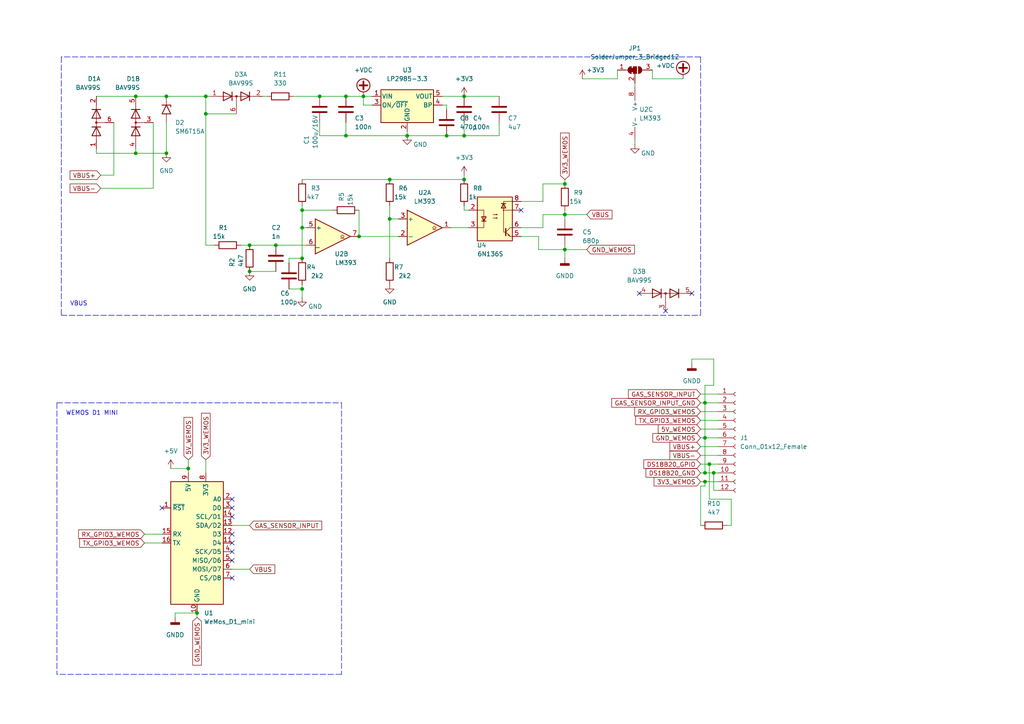
<source format=kicad_sch>
(kicad_sch (version 20211123) (generator eeschema)
  (paper "A4")
  (title_block (title "WemosD1 Adapter Iobroker") (date "2022-09-12") (rev "1") (comment 1 "horn.oliver@gmail.com") (comment 2 "Oliver Horn"))
  (lib_symbols
    (symbol "Comparator:LM393" (pin_names (offset 0.127))
      (property "Reference" "U" (at 3.81 3.81 0))
      (property "Value" "LM393" (at 6.35 -3.81 0))
      (symbol "LM393_1_1"
        (polyline (pts (xy -5.08 5.08) (xy 5.08 0) (xy -5.08 -5.08) (xy -5.08 5.08)) (stroke (width 0.254)) (fill (type background)))
        (polyline (pts (xy 3.302 -0.508) (xy 2.794 -0.508) (xy 3.302 0) (xy 2.794 0.508) (xy 2.286 0) (xy 2.794 -0.508) (xy 2.286 -0.508)) (stroke (width 0.127)))
        (pin open_collector line (at 7.62 0 180) (length 2.54) (name "~") (number "1"))
        (pin input line (at -7.62 -2.54 0) (length 2.54) (name "-") (number "2"))
        (pin input line (at -7.62 2.54 0) (length 2.54) (name "+") (number "3"))
      )
      (symbol "LM393_2_1"
        (polyline (pts (xy -5.08 5.08) (xy 5.08 0) (xy -5.08 -5.08) (xy -5.08 5.08)) (stroke (width 0.254)) (fill (type background)))
        (polyline (pts (xy 3.302 -0.508) (xy 2.794 -0.508) (xy 3.302 0) (xy 2.794 0.508) (xy 2.286 0) (xy 2.794 -0.508) (xy 2.286 -0.508)) (stroke (width 0.127)))
        (pin input line (at -7.62 2.54 0) (length 2.54) (name "+") (number "5"))
        (pin input line (at -7.62 -2.54 0) (length 2.54) (name "_") (number "6"))
        (pin open_collector line (at 7.62 0 180) (length 2.54) (name "~") (number "7"))
      )
      (symbol "LM393_3_1"
        (pin power_in line (at -2.54 -7.62 90) (length 3.81) (name "V-") (number "4"))
        (pin power_in line (at -2.54 7.62 270) (length 3.81) (name "V+") (number "8"))
      )
    )
    (symbol "Connector:Conn_01x12_Female" (pin_names (offset 1.016) hide)
      (property "Reference" "J" (at 0 15.24 0))
      (property "Value" "Conn_01x12_Female" (at 0 -17.78 0))
      (symbol "Conn_01x12_Female_1_1"
        (arc (start 0 -14.732) (mid -0.508 -15.24) (end 0 -15.748) (stroke (width 0.1524)))
        (arc (start 0 -12.192) (mid -0.508 -12.7) (end 0 -13.208) (stroke (width 0.1524)))
        (arc (start 0 -9.652) (mid -0.508 -10.16) (end 0 -10.668) (stroke (width 0.1524)))
        (arc (start 0 -7.112) (mid -0.508 -7.62) (end 0 -8.128) (stroke (width 0.1524)))
        (arc (start 0 -4.572) (mid -0.508 -5.08) (end 0 -5.588) (stroke (width 0.1524)))
        (arc (start 0 -2.032) (mid -0.508 -2.54) (end 0 -3.048) (stroke (width 0.1524)))
        (polyline (pts (xy -1.27 -15.24) (xy -0.508 -15.24)) (stroke (width 0.1524)))
        (polyline (pts (xy -1.27 -12.7) (xy -0.508 -12.7)) (stroke (width 0.1524)))
        (polyline (pts (xy -1.27 -10.16) (xy -0.508 -10.16)) (stroke (width 0.1524)))
        (polyline (pts (xy -1.27 -7.62) (xy -0.508 -7.62)) (stroke (width 0.1524)))
        (polyline (pts (xy -1.27 -5.08) (xy -0.508 -5.08)) (stroke (width 0.1524)))
        (polyline (pts (xy -1.27 -2.54) (xy -0.508 -2.54)) (stroke (width 0.1524)))
        (polyline (pts (xy -1.27 0) (xy -0.508 0)) (stroke (width 0.1524)))
        (polyline (pts (xy -1.27 2.54) (xy -0.508 2.54)) (stroke (width 0.1524)))
        (polyline (pts (xy -1.27 5.08) (xy -0.508 5.08)) (stroke (width 0.1524)))
        (polyline (pts (xy -1.27 7.62) (xy -0.508 7.62)) (stroke (width 0.1524)))
        (polyline (pts (xy -1.27 10.16) (xy -0.508 10.16)) (stroke (width 0.1524)))
        (polyline (pts (xy -1.27 12.7) (xy -0.508 12.7)) (stroke (width 0.1524)))
        (arc (start 0 0.508) (mid -0.508 0) (end 0 -0.508) (stroke (width 0.1524)))
        (arc (start 0 3.048) (mid -0.508 2.54) (end 0 2.032) (stroke (width 0.1524)))
        (arc (start 0 5.588) (mid -0.508 5.08) (end 0 4.572) (stroke (width 0.1524)))
        (arc (start 0 8.128) (mid -0.508 7.62) (end 0 7.112) (stroke (width 0.1524)))
        (arc (start 0 10.668) (mid -0.508 10.16) (end 0 9.652) (stroke (width 0.1524)))
        (arc (start 0 13.208) (mid -0.508 12.7) (end 0 12.192) (stroke (width 0.1524)))
        (pin passive line (at -5.08 12.7 0) (length 3.81) (name "Pin_1") (number "1"))
        (pin passive line (at -5.08 -10.16 0) (length 3.81) (name "Pin_10") (number "10"))
        (pin passive line (at -5.08 -12.7 0) (length 3.81) (name "Pin_11") (number "11"))
        (pin passive line (at -5.08 -15.24 0) (length 3.81) (name "Pin_12") (number "12"))
        (pin passive line (at -5.08 10.16 0) (length 3.81) (name "Pin_2") (number "2"))
        (pin passive line (at -5.08 7.62 0) (length 3.81) (name "Pin_3") (number "3"))
        (pin passive line (at -5.08 5.08 0) (length 3.81) (name "Pin_4") (number "4"))
        (pin passive line (at -5.08 2.54 0) (length 3.81) (name "Pin_5") (number "5"))
        (pin passive line (at -5.08 0 0) (length 3.81) (name "Pin_6") (number "6"))
        (pin passive line (at -5.08 -2.54 0) (length 3.81) (name "Pin_7") (number "7"))
        (pin passive line (at -5.08 -5.08 0) (length 3.81) (name "Pin_8") (number "8"))
        (pin passive line (at -5.08 -7.62 0) (length 3.81) (name "Pin_9") (number "9"))
      )
    )
    (symbol "Device:C" (pin_numbers hide) (pin_names (offset 0.254))
      (property "Reference" "C" (at 0.635 2.54 0))
      (property "Value" "C" (at 0.635 -2.54 0))
      (symbol "C_0_1"
        (polyline (pts (xy -2.032 -0.762) (xy 2.032 -0.762)) (stroke (width 0.508)))
        (polyline (pts (xy -2.032 0.762) (xy 2.032 0.762)) (stroke (width 0.508)))
      )
      (symbol "C_1_1"
        (pin passive line (at 0 3.81 270) (length 2.794) (name "~") (number "1"))
        (pin passive line (at 0 -3.81 90) (length 2.794) (name "~") (number "2"))
      )
    )
    (symbol "Device:R" (pin_numbers hide) (pin_names (offset 0))
      (property "Reference" "R" (at 2.032 0 90))
      (property "Value" "R" (at 0 0 90))
      (symbol "R_0_1"
        (rectangle (start -1.016 -2.54) (end 1.016 2.54) (stroke (width 0.254)))
      )
      (symbol "R_1_1"
        (pin passive line (at 0 3.81 270) (length 1.27) (name "~") (number "1"))
        (pin passive line (at 0 -3.81 90) (length 1.27) (name "~") (number "2"))
      )
    )
    (symbol "Diode:BAV99S" (pin_names (offset 0.0254) hide)
      (property "Reference" "D" (at 0 2.54 0))
      (property "Value" "BAV99S" (at 0 5.08 0))
      (symbol "BAV99S_0_1"
        (polyline (pts (xy -5.08 0) (xy 5.08 0)))
        (polyline (pts (xy 0 0) (xy 0 -2.54)))
        (polyline (pts (xy -1.27 -1.27) (xy -1.27 1.27) (xy -1.27 1.27)) (stroke (width 0.254)))
        (polyline (pts (xy 3.81 1.27) (xy 3.81 -1.27) (xy 3.81 -1.27)) (stroke (width 0.254)))
        (polyline (pts (xy -3.81 1.27) (xy -1.27 0) (xy -3.81 -1.27) (xy -3.81 1.27) (xy -3.81 1.27) (xy -3.81 1.27)) (stroke (width 0.254)))
        (polyline (pts (xy 1.27 1.27) (xy 3.81 0) (xy 1.27 -1.27) (xy 1.27 1.27) (xy 1.27 1.27) (xy 1.27 1.27)) (stroke (width 0.254)))
        (circle (center 0 0) (radius 0.254) (fill (type outline)))
      )
      (symbol "BAV99S_1_1"
        (polyline (pts (xy 6.35 0) (xy 7.62 0)))
        (pin passive line (at -7.62 0 0) (length 2.54) (name "A1") (number "1"))
        (pin passive line (at 7.62 0 180) (length 2.54) (name "K2") (number "2"))
        (pin passive line (at 0 -5.08 90) (length 2.54) (name "K3A4") (number "6"))
      )
      (symbol "BAV99S_2_1"
        (polyline (pts (xy 6.35 0) (xy 7.62 0)))
        (pin passive line (at 0 -5.08 90) (length 2.54) (name "K1A2") (number "3"))
        (pin passive line (at -7.62 0 0) (length 2.54) (name "A3") (number "4"))
        (pin passive line (at 7.62 0 180) (length 2.54) (name "K4") (number "5"))
      )
    )
    (symbol "Diode:SM6T15A" (pin_numbers hide) (pin_names (offset 1.016) hide)
      (property "Reference" "D" (at 0 2.54 0))
      (property "Value" "SM6T15A" (at 0 -2.54 0))
      (symbol "SM6T15A_0_1"
        (polyline (pts (xy -0.762 1.27) (xy -1.27 1.27) (xy -1.27 -1.27)) (stroke (width 0.254)))
        (polyline (pts (xy 1.27 1.27) (xy 1.27 -1.27) (xy -1.27 0) (xy 1.27 1.27)) (stroke (width 0.254)))
      )
      (symbol "SM6T15A_1_1"
        (pin passive line (at -3.81 0 0) (length 2.54) (name "A1") (number "1"))
        (pin passive line (at 3.81 0 180) (length 2.54) (name "A2") (number "2"))
      )
    )
    (symbol "Isolator:6N136S" (pin_names (offset 1.016))
      (property "Reference" "U" (at -5.08 7.62 0))
      (property "Value" "6N136S" (at 0 7.62 0))
      (symbol "6N136S_0_1"
        (rectangle (start -5.08 6.35) (end 5.08 -6.35) (stroke (width 0.254)) (fill (type background)))
        (polyline (pts (xy -3.81 -0.635) (xy -2.54 -0.635)) (stroke (width 0.254)))
        (polyline (pts (xy 1.905 4.445) (xy 3.175 4.445)) (stroke (width 0.254)))
        (polyline (pts (xy 3.175 -2.794) (xy 3.175 -4.826)) (stroke (width 0.3556)))
        (polyline (pts (xy 3.302 -3.937) (xy 4.445 -5.08)))
        (polyline (pts (xy 3.302 -3.683) (xy 4.445 -2.54)))
        (polyline (pts (xy 5.08 -5.08) (xy 4.445 -5.08)))
        (polyline (pts (xy 5.08 -2.54) (xy 4.445 -2.54)))
        (polyline (pts (xy 5.08 2.54) (xy 2.54 2.54)))
        (polyline (pts (xy -5.08 2.54) (xy -3.175 2.54) (xy -3.175 -2.54) (xy -5.08 -2.54)))
        (polyline (pts (xy -3.175 -0.635) (xy -3.81 0.635) (xy -2.54 0.635) (xy -3.175 -0.635)) (stroke (width 0.254)))
        (polyline (pts (xy 2.54 4.445) (xy 1.905 3.175) (xy 3.175 3.175) (xy 2.54 4.445)) (stroke (width 0.254)))
        (polyline (pts (xy 4.318 -4.953) (xy 4.064 -4.445) (xy 3.81 -4.699) (xy 4.318 -4.953)))
        (polyline (pts (xy 5.08 5.08) (xy 2.54 5.08) (xy 2.54 -3.81) (xy 3.175 -3.81)))
        (polyline (pts (xy -0.508 0.254) (xy 0.762 0.254) (xy 0.381 0.127) (xy 0.381 0.381) (xy 0.762 0.254)))
        (polyline (pts (xy -0.508 1.27) (xy 0.762 1.27) (xy 0.381 1.143) (xy 0.381 1.397) (xy 0.762 1.27)))
        (circle (center 2.54 2.54) (radius 0.127))
      )
      (symbol "6N136S_1_1"
        (pin no_connect line (at -5.08 5.08 0) (length 2.54) hide (name "NC") (number "1"))
        (pin passive line (at -7.62 2.54 0) (length 2.54) (name "~") (number "2"))
        (pin passive line (at -7.62 -2.54 0) (length 2.54) (name "~") (number "3"))
        (pin no_connect line (at -5.08 -5.08 0) (length 2.54) hide (name "NC") (number "4"))
        (pin passive line (at 7.62 -5.08 180) (length 2.54) (name "~") (number "5"))
        (pin passive line (at 7.62 -2.54 180) (length 2.54) (name "~") (number "6"))
        (pin passive line (at 7.62 2.54 180) (length 2.54) (name "~") (number "7"))
        (pin passive line (at 7.62 5.08 180) (length 2.54) (name "~") (number "8"))
      )
    )
    (symbol "Jumper:SolderJumper_3_Bridged12" (pin_names (offset 0) hide)
      (property "Reference" "JP" (at -2.54 -2.54 0))
      (property "Value" "SolderJumper_3_Bridged12" (at 0 2.794 0))
      (symbol "SolderJumper_3_Bridged12_0_1"
        (rectangle (start -1.016 0.508) (end -0.508 -0.508) (fill (type outline)))
        (arc (start -1.016 1.016) (mid -2.032 0) (end -1.016 -1.016))
        (arc (start -1.016 1.016) (mid -2.032 0) (end -1.016 -1.016) (fill (type outline)))
        (rectangle (start -0.508 1.016) (end 0.508 -1.016) (fill (type outline)))
        (polyline (pts (xy -2.54 0) (xy -2.032 0)))
        (polyline (pts (xy -1.016 1.016) (xy -1.016 -1.016)))
        (polyline (pts (xy 0 -1.27) (xy 0 -1.016)))
        (polyline (pts (xy 1.016 1.016) (xy 1.016 -1.016)))
        (polyline (pts (xy 2.54 0) (xy 2.032 0)))
        (arc (start 1.016 -1.016) (mid 2.032 0) (end 1.016 1.016))
        (arc (start 1.016 -1.016) (mid 2.032 0) (end 1.016 1.016) (fill (type outline)))
      )
      (symbol "SolderJumper_3_Bridged12_1_1"
        (pin passive line (at -5.08 0 0) (length 2.54) (name "A") (number "1"))
        (pin passive line (at 0 -3.81 90) (length 2.54) (name "C") (number "2"))
        (pin passive line (at 5.08 0 180) (length 2.54) (name "B") (number "3"))
      )
    )
    (symbol "MCU_Module:WeMos_D1_mini"
      (property "Reference" "U" (at 3.81 19.05 0))
      (property "Value" "WeMos_D1_mini" (at 1.27 -19.05 0))
      (symbol "WeMos_D1_mini_1_1"
        (rectangle (start -7.62 17.78) (end 7.62 -17.78) (stroke (width 0.254)) (fill (type background)))
        (pin input line (at -10.16 10.16 0) (length 2.54) (name "~{RST}") (number "1"))
        (pin power_in line (at 0 -20.32 90) (length 2.54) (name "GND") (number "10"))
        (pin bidirectional line (at 10.16 0 180) (length 2.54) (name "D4") (number "11"))
        (pin bidirectional line (at 10.16 2.54 180) (length 2.54) (name "D3") (number "12"))
        (pin bidirectional line (at 10.16 5.08 180) (length 2.54) (name "SDA/D2") (number "13"))
        (pin bidirectional line (at 10.16 7.62 180) (length 2.54) (name "SCL/D1") (number "14"))
        (pin input line (at -10.16 2.54 0) (length 2.54) (name "RX") (number "15"))
        (pin output line (at -10.16 0 0) (length 2.54) (name "TX") (number "16"))
        (pin input line (at 10.16 12.7 180) (length 2.54) (name "A0") (number "2"))
        (pin bidirectional line (at 10.16 10.16 180) (length 2.54) (name "D0") (number "3"))
        (pin bidirectional line (at 10.16 -2.54 180) (length 2.54) (name "SCK/D5") (number "4"))
        (pin bidirectional line (at 10.16 -5.08 180) (length 2.54) (name "MISO/D6") (number "5"))
        (pin bidirectional line (at 10.16 -7.62 180) (length 2.54) (name "MOSI/D7") (number "6"))
        (pin bidirectional line (at 10.16 -10.16 180) (length 2.54) (name "CS/D8") (number "7"))
        (pin power_out line (at 2.54 20.32 270) (length 2.54) (name "3V3") (number "8"))
        (pin power_in line (at -2.54 20.32 270) (length 2.54) (name "5V") (number "9"))
      )
    )
    (symbol "Regulator_Linear:LP2985-3.3" (pin_names (offset 0.254))
      (property "Reference" "U" (at -6.35 5.715 0))
      (property "Value" "LP2985-3.3" (at 0 5.715 0))
      (symbol "LP2985-3.3_0_1"
        (rectangle (start -7.62 -5.08) (end 7.62 4.445) (stroke (width 0.254)) (fill (type background)))
      )
      (symbol "LP2985-3.3_1_1"
        (pin power_in line (at -10.16 2.54 0) (length 2.54) (name "VIN") (number "1"))
        (pin power_in line (at 0 -7.62 90) (length 2.54) (name "GND") (number "2"))
        (pin input line (at -10.16 0 0) (length 2.54) (name "ON/~{OFF}") (number "3"))
        (pin input line (at 10.16 0 180) (length 2.54) (name "BP") (number "4"))
        (pin power_out line (at 10.16 2.54 180) (length 2.54) (name "VOUT") (number "5"))
      )
    )
    (symbol "power:+3V3" (power) (pin_names (offset 0))
      (property "Value" "+3V3" (at 0 3.556 0))
      (symbol "+3V3_0_1"
        (polyline (pts (xy -0.762 1.27) (xy 0 2.54)))
        (polyline (pts (xy 0 0) (xy 0 2.54)))
        (polyline (pts (xy 0 2.54) (xy 0.762 1.27)))
      )
      (symbol "+3V3_1_1"
        (pin power_in line (at 0 0 90) (length 0) hide (name "+3V3") (number "1"))
      )
    )
    (symbol "power:+5V" (power) (pin_names (offset 0))
      (property "Value" "+5V" (at 0 3.556 0))
      (symbol "+5V_0_1"
        (polyline (pts (xy -0.762 1.27) (xy 0 2.54)))
        (polyline (pts (xy 0 0) (xy 0 2.54)))
        (polyline (pts (xy 0 2.54) (xy 0.762 1.27)))
      )
      (symbol "+5V_1_1"
        (pin power_in line (at 0 0 90) (length 0) hide (name "+5V") (number "1"))
      )
    )
    (symbol "power:+VDC" (power) (pin_names (offset 0))
      (property "Value" "+VDC" (at 0 6.35 0))
      (symbol "+VDC_0_1"
        (polyline (pts (xy -1.143 3.175) (xy 1.143 3.175)) (stroke (width 0.508)))
        (polyline (pts (xy 0 0) (xy 0 1.27)))
        (polyline (pts (xy 0 2.032) (xy 0 4.318)) (stroke (width 0.508)))
        (circle (center 0 3.175) (radius 1.905) (stroke (width 0.254)))
      )
      (symbol "+VDC_1_1"
        (pin power_in line (at 0 0 90) (length 0) hide (name "+VDC") (number "1"))
      )
    )
    (symbol "power:GND" (power) (pin_names (offset 0))
      (property "Value" "GND" (at 0 -3.81 0))
      (symbol "GND_0_1"
        (polyline (pts (xy 0 0) (xy 0 -1.27) (xy 1.27 -1.27) (xy 0 -2.54) (xy -1.27 -1.27) (xy 0 -1.27)))
      )
      (symbol "GND_1_1"
        (pin power_in line (at 0 0 270) (length 0) hide (name "GND") (number "1"))
      )
    )
    (symbol "power:GNDD" (power) (pin_names (offset 0))
      (property "Value" "GNDD" (at 0 -3.175 0))
      (symbol "GNDD_0_1"
        (rectangle (start -1.27 -1.524) (end 1.27 -2.032) (stroke (width 0.254)) (fill (type outline)))
        (polyline (pts (xy 0 0) (xy 0 -1.524)))
      )
      (symbol "GNDD_1_1"
        (pin power_in line (at 0 0 270) (length 0) hide (name "GNDD") (number "1"))
      )
    )
  )
  (junction (at 134.62 52.07))
  (junction (at 87.63 74.93))
  (junction (at 207.01 137.16))
  (junction (at 87.63 66.04))
  (junction (at 59.69 33.02))
  (junction (at 87.63 60.96))
  (junction (at 39.37 44.45))
  (junction (at 129.54 39.37))
  (junction (at 100.33 39.37))
  (junction (at 104.14 68.58))
  (junction (at 72.39 78.74))
  (junction (at 163.83 53.34))
  (junction (at 204.47 116.84))
  (junction (at 48.26 44.45))
  (junction (at 100.33 27.94))
  (junction (at 54.61 135.89))
  (junction (at 113.03 63.5))
  (junction (at 87.63 83.82))
  (junction (at 163.83 62.23))
  (junction (at 72.39 71.12))
  (junction (at 59.69 27.94))
  (junction (at 92.71 27.94))
  (junction (at 163.83 72.39))
  (junction (at 57.15 177.8))
  (junction (at 204.47 137.16))
  (junction (at 39.37 27.94))
  (junction (at 105.41 27.94))
  (junction (at 205.74 134.62))
  (junction (at 48.26 27.94))
  (junction (at 134.62 39.37))
  (junction (at 113.03 52.07))
  (junction (at 204.47 139.7))
  (junction (at 80.01 71.12))
  (junction (at 118.11 39.37))
  (junction (at 134.62 27.94))
  (junction (at 204.47 127))
  (no_connect (at 67.31 157.48))
  (no_connect (at 67.31 160.02))
  (no_connect (at 67.31 162.56))
  (no_connect (at 67.31 167.64))
  (no_connect (at 67.31 144.78))
  (no_connect (at 67.31 147.32))
  (no_connect (at 67.31 149.86))
  (no_connect (at 67.31 154.94))
  (no_connect (at 46.99 147.32))
  (no_connect (at 151.13 60.96))
  (no_connect (at 185.42 85.09))
  (no_connect (at 193.04 90.17))
  (no_connect (at 200.66 85.09))
  (wire (pts (xy 39.37 43.18) (xy 39.37 44.45)))
  (wire (pts (xy 76.2 27.94) (xy 77.47 27.94)))
  (wire (pts (xy 33.02 50.8) (xy 33.02 35.56)))
  (wire (pts (xy 87.63 86.36) (xy 87.63 83.82)))
  (wire (pts (xy 118.11 38.1) (xy 118.11 39.37)))
  (wire (pts (xy 59.69 33.02) (xy 59.69 71.12)))
  (wire (pts (xy 207.01 111.76) (xy 204.47 111.76)))
  (wire (pts (xy 83.82 74.93) (xy 87.63 74.93)))
  (wire (pts (xy 157.48 62.23) (xy 163.83 62.23)))
  (wire (pts (xy 39.37 27.94) (xy 48.26 27.94)))
  (wire (pts (xy 203.2 116.84) (xy 204.47 116.84)))
  (wire (pts (xy 163.83 60.96) (xy 163.83 62.23)))
  (wire (pts (xy 200.66 104.14) (xy 207.01 104.14)))
  (wire (pts (xy 212.09 144.78) (xy 212.09 152.4)))
  (wire (pts (xy 87.63 83.82) (xy 87.63 82.55)))
  (wire (pts (xy 203.2 139.7) (xy 204.47 139.7)))
  (wire (pts (xy 49.53 135.89) (xy 54.61 135.89)))
  (wire (pts (xy 59.69 27.94) (xy 60.96 27.94)))
  (wire (pts (xy 203.2 140.97) (xy 204.47 140.97)))
  (wire (pts (xy 118.11 39.37) (xy 129.54 39.37)))
  (wire (pts (xy 27.94 44.45) (xy 39.37 44.45)))
  (wire (pts (xy 50.8 177.8) (xy 57.15 177.8)))
  (wire (pts (xy 87.63 66.04) (xy 88.9 66.04)))
  (wire (pts (xy 204.47 127) (xy 208.28 127)))
  (wire (pts (xy 87.63 59.69) (xy 87.63 60.96)))
  (wire (pts (xy 163.83 71.12) (xy 163.83 72.39)))
  (wire (pts (xy 157.48 66.04) (xy 157.48 62.23)))
  (wire (pts (xy 107.95 30.48) (xy 105.41 30.48)))
  (polyline (pts (xy 99.06 195.58) (xy 16.51 195.58)))
  (wire (pts (xy 203.2 119.38) (xy 208.28 119.38)))
  (wire (pts (xy 144.78 35.56) (xy 144.78 39.37)))
  (wire (pts (xy 29.21 50.8) (xy 33.02 50.8)))
  (wire (pts (xy 163.83 72.39) (xy 163.83 74.93)))
  (wire (pts (xy 179.07 20.32) (xy 179.07 22.86)))
  (wire (pts (xy 203.2 127) (xy 204.47 127)))
  (wire (pts (xy 67.31 152.4) (xy 72.39 152.4)))
  (wire (pts (xy 204.47 116.84) (xy 208.28 116.84)))
  (polyline (pts (xy 17.78 91.44) (xy 203.2 91.44)))
  (wire (pts (xy 163.83 52.07) (xy 163.83 53.34)))
  (wire (pts (xy 27.94 43.18) (xy 27.94 44.45)))
  (wire (pts (xy 156.21 68.58) (xy 156.21 72.39)))
  (wire (pts (xy 129.54 30.48) (xy 128.27 30.48)))
  (wire (pts (xy 207.01 137.16) (xy 208.28 137.16)))
  (wire (pts (xy 151.13 66.04) (xy 157.48 66.04)))
  (wire (pts (xy 92.71 27.94) (xy 100.33 27.94)))
  (wire (pts (xy 184.15 40.64) (xy 184.15 41.91)))
  (wire (pts (xy 41.91 154.94) (xy 46.99 154.94)))
  (wire (pts (xy 118.11 39.37) (xy 100.33 39.37)))
  (wire (pts (xy 113.03 59.69) (xy 113.03 63.5)))
  (wire (pts (xy 204.47 111.76) (xy 204.47 116.84)))
  (wire (pts (xy 203.2 152.4) (xy 203.2 140.97)))
  (wire (pts (xy 59.69 33.02) (xy 68.58 33.02)))
  (wire (pts (xy 130.81 66.04) (xy 135.89 66.04)))
  (wire (pts (xy 134.62 60.96) (xy 135.89 60.96)))
  (wire (pts (xy 203.2 129.54) (xy 208.28 129.54)))
  (wire (pts (xy 105.41 30.48) (xy 105.41 27.94)))
  (wire (pts (xy 54.61 133.35) (xy 54.61 135.89)))
  (wire (pts (xy 156.21 72.39) (xy 163.83 72.39)))
  (wire (pts (xy 59.69 133.35) (xy 59.69 137.16)))
  (wire (pts (xy 59.69 71.12) (xy 62.23 71.12)))
  (polyline (pts (xy 16.51 116.84) (xy 99.06 116.84)))
  (wire (pts (xy 205.74 134.62) (xy 208.28 134.62)))
  (wire (pts (xy 83.82 83.82) (xy 87.63 83.82)))
  (wire (pts (xy 189.23 20.32) (xy 189.23 22.86)))
  (wire (pts (xy 189.23 22.86) (xy 198.12 22.86)))
  (wire (pts (xy 41.91 157.48) (xy 46.99 157.48)))
  (wire (pts (xy 168.91 22.86) (xy 179.07 22.86)))
  (wire (pts (xy 27.94 27.94) (xy 39.37 27.94)))
  (wire (pts (xy 113.03 63.5) (xy 115.57 63.5)))
  (wire (pts (xy 203.2 132.08) (xy 208.28 132.08)))
  (wire (pts (xy 80.01 71.12) (xy 88.9 71.12)))
  (wire (pts (xy 92.71 35.56) (xy 92.71 39.37)))
  (polyline (pts (xy 203.2 16.51) (xy 17.78 16.51)))
  (wire (pts (xy 210.82 152.4) (xy 212.09 152.4)))
  (wire (pts (xy 203.2 124.46) (xy 208.28 124.46)))
  (wire (pts (xy 50.8 179.07) (xy 50.8 177.8)))
  (wire (pts (xy 204.47 127) (xy 204.47 137.16)))
  (wire (pts (xy 129.54 39.37) (xy 134.62 39.37)))
  (wire (pts (xy 203.2 134.62) (xy 205.74 134.62)))
  (wire (pts (xy 57.15 177.8) (xy 57.15 179.07)))
  (wire (pts (xy 204.47 116.84) (xy 204.47 127)))
  (wire (pts (xy 39.37 44.45) (xy 48.26 44.45)))
  (wire (pts (xy 100.33 35.56) (xy 100.33 39.37)))
  (polyline (pts (xy 16.51 116.84) (xy 16.51 195.58)))
  (wire (pts (xy 200.66 105.41) (xy 200.66 104.14)))
  (wire (pts (xy 44.45 54.61) (xy 44.45 35.56)))
  (wire (pts (xy 134.62 27.94) (xy 144.78 27.94)))
  (wire (pts (xy 87.63 60.96) (xy 87.63 66.04)))
  (wire (pts (xy 184.15 24.13) (xy 184.15 25.4)))
  (wire (pts (xy 134.62 60.96) (xy 134.62 59.69)))
  (wire (pts (xy 157.48 58.42) (xy 157.48 53.34)))
  (polyline (pts (xy 17.78 16.51) (xy 17.78 91.44)))
  (wire (pts (xy 85.09 27.94) (xy 92.71 27.94)))
  (wire (pts (xy 48.26 27.94) (xy 59.69 27.94)))
  (wire (pts (xy 203.2 114.3) (xy 208.28 114.3)))
  (polyline (pts (xy 203.2 16.51) (xy 203.2 91.44)))
  (wire (pts (xy 100.33 39.37) (xy 92.71 39.37)))
  (wire (pts (xy 54.61 135.89) (xy 54.61 137.16)))
  (wire (pts (xy 87.63 52.07) (xy 113.03 52.07)))
  (wire (pts (xy 72.39 71.12) (xy 80.01 71.12)))
  (wire (pts (xy 105.41 27.94) (xy 107.95 27.94)))
  (wire (pts (xy 204.47 137.16) (xy 207.01 137.16)))
  (wire (pts (xy 134.62 39.37) (xy 144.78 39.37)))
  (wire (pts (xy 113.03 63.5) (xy 113.03 74.93)))
  (wire (pts (xy 204.47 140.97) (xy 204.47 139.7)))
  (wire (pts (xy 29.21 54.61) (xy 44.45 54.61)))
  (wire (pts (xy 163.83 62.23) (xy 163.83 63.5)))
  (wire (pts (xy 208.28 142.24) (xy 207.01 142.24)))
  (wire (pts (xy 205.74 144.78) (xy 212.09 144.78)))
  (wire (pts (xy 207.01 142.24) (xy 207.01 137.16)))
  (wire (pts (xy 104.14 68.58) (xy 115.57 68.58)))
  (wire (pts (xy 134.62 50.8) (xy 134.62 52.07)))
  (wire (pts (xy 205.74 134.62) (xy 205.74 144.78)))
  (wire (pts (xy 59.69 27.94) (xy 59.69 33.02)))
  (wire (pts (xy 72.39 78.74) (xy 80.01 78.74)))
  (wire (pts (xy 128.27 27.94) (xy 134.62 27.94)))
  (wire (pts (xy 163.83 72.39) (xy 170.18 72.39)))
  (wire (pts (xy 163.83 62.23) (xy 170.18 62.23)))
  (wire (pts (xy 129.54 30.48) (xy 129.54 31.75)))
  (wire (pts (xy 151.13 58.42) (xy 157.48 58.42)))
  (wire (pts (xy 151.13 68.58) (xy 156.21 68.58)))
  (wire (pts (xy 87.63 60.96) (xy 96.52 60.96)))
  (wire (pts (xy 100.33 27.94) (xy 105.41 27.94)))
  (polyline (pts (xy 99.06 116.84) (xy 99.06 195.58)))
  (wire (pts (xy 207.01 104.14) (xy 207.01 111.76)))
  (wire (pts (xy 67.31 165.1) (xy 72.39 165.1)))
  (wire (pts (xy 83.82 76.2) (xy 83.82 74.93)))
  (wire (pts (xy 104.14 60.96) (xy 104.14 68.58)))
  (wire (pts (xy 113.03 52.07) (xy 134.62 52.07)))
  (wire (pts (xy 203.2 121.92) (xy 208.28 121.92)))
  (wire (pts (xy 134.62 39.37) (xy 134.62 35.56)))
  (wire (pts (xy 157.48 53.34) (xy 163.83 53.34)))
  (wire (pts (xy 69.85 71.12) (xy 72.39 71.12)))
  (wire (pts (xy 48.26 35.56) (xy 48.26 44.45)))
  (wire (pts (xy 204.47 139.7) (xy 208.28 139.7)))
  (wire (pts (xy 203.2 137.16) (xy 204.47 137.16)))
  (wire (pts (xy 87.63 66.04) (xy 87.63 74.93)))
  (text "VBUS" (at 25.4 88.9 180) (effects (font (size 1.27 1.27)) (justify right bottom)))
  (text "WEMOS D1 MINI" (at 34.29 120.65 180) (effects (font (size 1.27 1.27)) (justify right bottom)))
  (global_label "GND_WEMOS" (shape input) (at 57.15 179.07 270) (property "Intersheet References" "${INTERSHEET_REFS}" (effects hide)))
  (global_label "GAS_SENSOR_INPUT_GND" (shape input) (at 203.2 116.84 180) (property "Intersheet References" "${INTERSHEET_REFS}" (effects hide)))
  (global_label "GAS_SENSOR_INPUT" (shape input) (at 203.2 114.3 180) (property "Intersheet References" "${INTERSHEET_REFS}" (effects hide)))
  (global_label "3V3_WEMOS" (shape input) (at 203.2 139.7 180) (property "Intersheet References" "${INTERSHEET_REFS}" (effects hide)))
  (global_label "3V3_WEMOS" (shape input) (at 59.69 133.35 90) (property "Intersheet References" "${INTERSHEET_REFS}" (effects hide)))
  (global_label "TX_GPIO3_WEMOS" (shape input) (at 203.2 121.92 180) (property "Intersheet References" "${INTERSHEET_REFS}" (effects hide)))
  (global_label "DS18B20_GPIO" (shape input) (at 203.2 134.62 180) (property "Intersheet References" "${INTERSHEET_REFS}" (effects hide)))
  (global_label "GAS_SENSOR_INPUT" (shape input) (at 72.39 152.4 0) (property "Intersheet References" "${INTERSHEET_REFS}" (effects hide)))
  (global_label "GND_WEMOS" (shape input) (at 203.2 127 180) (property "Intersheet References" "${INTERSHEET_REFS}" (effects hide)))
  (global_label "TX_GPIO3_WEMOS" (shape input) (at 41.91 157.48 180) (property "Intersheet References" "${INTERSHEET_REFS}" (effects hide)))
  (global_label "VBUS" (shape input) (at 170.18 62.23 0) (property "Intersheet References" "${INTERSHEET_REFS}" (effects hide)))
  (global_label "VBUS" (shape input) (at 72.39 165.1 0) (property "Intersheet References" "${INTERSHEET_REFS}" (effects hide)))
  (global_label "5V_WEMOS" (shape input) (at 54.61 133.35 90) (property "Intersheet References" "${INTERSHEET_REFS}" (effects hide)))
  (global_label "VBUS-" (shape input) (at 29.21 54.61 180) (property "Intersheet References" "${INTERSHEET_REFS}" (effects hide)))
  (global_label "VBUS+" (shape input) (at 29.21 50.8 180) (property "Intersheet References" "${INTERSHEET_REFS}" (effects hide)))
  (global_label "5V_WEMOS" (shape input) (at 203.2 124.46 180) (property "Intersheet References" "${INTERSHEET_REFS}" (effects hide)))
  (global_label "RX_GPIO3_WEMOS" (shape input) (at 203.2 119.38 180) (property "Intersheet References" "${INTERSHEET_REFS}" (effects hide)))
  (global_label "DS18B20_GND" (shape input) (at 203.2 137.16 180) (property "Intersheet References" "${INTERSHEET_REFS}" (effects hide)))
  (global_label "RX_GPIO3_WEMOS" (shape input) (at 41.91 154.94 180) (property "Intersheet References" "${INTERSHEET_REFS}" (effects hide)))
  (global_label "VBUS-" (shape input) (at 203.2 132.08 180) (property "Intersheet References" "${INTERSHEET_REFS}" (effects hide)))
  (global_label "VBUS+" (shape input) (at 203.2 129.54 180) (property "Intersheet References" "${INTERSHEET_REFS}" (effects hide)))
  (global_label "GND_WEMOS" (shape input) (at 170.18 72.39 0) (property "Intersheet References" "${INTERSHEET_REFS}" (effects hide)))
  (global_label "3V3_WEMOS" (shape input) (at 163.83 52.07 90) (property "Intersheet References" "${INTERSHEET_REFS}" (effects hide)))
  (symbol (lib_id "Diode:SM6T15A") (at 48.26 31.75 270) (unit 1)
    (property "Reference" "D2" (at 50.8 35.56 90) (effects (justify left)))
    (property "Value" "SM6T15A" (at 50.8 38.1 90) (effects (justify left)))
    (property "Footprint" "Diode_SMD:D_SMB" (effects hide))
    (property "Datasheet" "https://www.st.com/resource/en/datasheet/sm6t.pdf" (effects hide))
    (property "LCSC Part #" "C1974359" (effects hide))
  )
  (symbol (lib_id "power:GND") (at 118.11 39.37 0) (unit 1)
    (property "Reference" "#PWR0111" (effects hide))
    (property "Value" "GND" (at 121.92 41.91 0))
  )
  (symbol (lib_id "Device:R") (at 66.04 71.12 90) (unit 1)
    (property "Reference" "R1" (at 64.77 66.04 90))
    (property "Value" "15k" (at 63.5 68.58 90))
    (property "Footprint" "Resistor_SMD:R_0402_1005Metric" (effects hide))
    (property "LCSC Part #" "C25756" (effects hide))
  )
  (symbol (lib_id "Device:R") (at 207.01 152.4 90) (unit 1)
    (property "Reference" "R10" (at 207.01 146.05 90))
    (property "Value" "4k7" (at 207.01 148.59 90))
    (property "Footprint" "Resistor_SMD:R_0402_1005Metric" (effects hide))
    (property "MPN" "C25900" (effects hide))
  )
  (symbol (lib_id "Jumper:SolderJumper_3_Bridged12") (at 184.15 20.32 0) (unit 1)
    (property "Reference" "JP1" (at 184.15 13.97 0))
    (property "Value" "SolderJumper_3_Bridged12" (at 184.15 16.51 0))
    (property "Footprint" "Jumper:SolderJumper-3_P1.3mm_Bridged12_RoundedPad1.0x1.5mm_NumberLabels" (effects hide))
  )
  (symbol (lib_id "Diode:BAV99S") (at 193.04 85.09 0) (unit 2)
    (property "Reference" "D3" (at 185.42 78.74 0))
    (property "Value" "BAV99S" (at 185.42 81.28 0))
    (property "Footprint" "Package_TO_SOT_SMD:SOT-363_SC-70-6" (effects hide))
    (property "Datasheet" "https://assets.nexperia.com/documents/data-sheet/BAV99_SER.pdf" (effects hide))
    (property "LCSC Part #" "C68987" (effects hide))
  )
  (symbol (lib_id "power:GND") (at 87.63 86.36 0) (unit 1)
    (property "Reference" "#PWR0108" (effects hide))
    (property "Value" "GND" (at 91.44 88.9 0))
  )
  (symbol (lib_id "Device:C") (at 134.62 31.75 0) (unit 1)
    (property "Reference" "C4" (at 137.16 34.29 0) (effects (justify left)))
    (property "Value" "100n" (at 137.16 36.83 0) (effects (justify left)))
    (property "Footprint" "Capacitor_SMD:C_0402_1005Metric" (effects hide))
    (property "LCSC Part #" "C307331" (effects hide))
  )
  (symbol (lib_id "power:GNDD") (at 200.66 105.41 0) (unit 1)
    (property "Reference" "#PWR0113" (effects hide))
    (property "Value" "GNDD" (at 200.66 110.49 0))
  )
  (symbol (lib_id "Comparator:LM393") (at 123.19 66.04 0) (unit 1)
    (property "Reference" "U2" (at 123.19 55.88 0))
    (property "Value" "LM393" (at 123.19 58.42 0))
    (property "Footprint" "Package_SO:SOIC-8_3.9x4.9mm_P1.27mm" (effects hide))
    (property "Datasheet" "http://www.ti.com/lit/ds/symlink/lm393.pdf" (effects hide))
    (property "LCSC Part #" "C7955" (effects hide))
  )
  (symbol (lib_id "power:+3V3") (at 134.62 50.8 0) (unit 1)
    (property "Reference" "#PWR0104" (effects hide))
    (property "Value" "+3V3" (at 134.62 45.72 0))
  )
  (symbol (lib_id "Comparator:LM393") (at 96.52 68.58 0) (unit 2)
    (property "Reference" "U2" (at 99.06 73.66 0))
    (property "Value" "LM393" (at 100.33 76.2 0))
    (property "Footprint" "Package_SO:SOIC-8_3.9x4.9mm_P1.27mm" (effects hide))
    (property "Datasheet" "http://www.ti.com/lit/ds/symlink/lm393.pdf" (effects hide))
    (property "LCSC Part #" "C7955" (effects hide))
  )
  (symbol (lib_id "Diode:BAV99S") (at 68.58 27.94 0) (unit 1)
    (property "Reference" "D3" (at 69.85 21.59 0))
    (property "Value" "BAV99S" (at 69.85 24.13 0))
    (property "Footprint" "Package_TO_SOT_SMD:SOT-363_SC-70-6" (effects hide))
    (property "Datasheet" "https://assets.nexperia.com/documents/data-sheet/BAV99_SER.pdf" (effects hide))
    (property "LCSC Part #" "C68987" (effects hide))
  )
  (symbol (lib_id "Device:C") (at 80.01 74.93 0) (unit 1)
    (property "Reference" "C2" (at 78.74 66.04 0) (effects (justify left)))
    (property "Value" "1n" (at 78.74 68.58 0) (effects (justify left)))
    (property "Footprint" "Capacitor_SMD:C_0402_1005Metric" (effects hide))
    (property "LCSC Part #" " C1523" (effects hide))
  )
  (symbol (lib_id "Device:R") (at 100.33 60.96 90) (unit 1)
    (property "Reference" "R5" (at 99.0599 58.42 0) (effects (justify left)))
    (property "Value" "15k" (at 101.5999 59.69 0) (effects (justify left)))
    (property "Footprint" "Resistor_SMD:R_0402_1005Metric" (effects hide))
    (property "LCSC Part #" "C25756" (effects hide))
  )
  (symbol (lib_id "Device:R") (at 87.63 55.88 0) (unit 1)
    (property "Reference" "R3" (at 90.17 54.6099 0) (effects (justify left)))
    (property "Value" "4k7" (at 88.9 57.1499 0) (effects (justify left)))
    (property "Footprint" "Resistor_SMD:R_0402_1005Metric" (effects hide))
    (property "LCSC Part #" "C25900" (effects hide))
  )
  (symbol (lib_id "Regulator_Linear:LP2985-3.3") (at 118.11 30.48 0) (unit 1)
    (property "Reference" "U3" (at 118.11 20.32 0))
    (property "Value" "LP2985-3.3" (at 118.11 22.86 0))
    (property "Footprint" "Package_TO_SOT_SMD:SOT-23-5" (effects hide))
    (property "Datasheet" "http://www.ti.com/lit/ds/symlink/lp2985.pdf" (effects hide))
    (property "LCSC Part #" "C95414" (effects hide))
  )
  (symbol (lib_id "Device:C") (at 144.78 31.75 0) (unit 1)
    (property "Reference" "C7" (at 147.32 34.29 0) (effects (justify left)))
    (property "Value" "4u7" (at 147.32 36.83 0) (effects (justify left)))
    (property "Footprint" "Capacitor_SMD:C_0402_1005Metric" (effects hide))
    (property "LCSC Part #" "C307331" (effects hide))
  )
  (symbol (lib_id "Diode:BAV99S") (at 39.37 35.56 90) (unit 2)
    (property "Reference" "D1" (at 40.64 22.86 90) (effects (justify left)))
    (property "Value" "BAV99S" (at 40.64 25.4 90) (effects (justify left)))
    (property "Footprint" "Package_TO_SOT_SMD:SOT-363_SC-70-6" (effects hide))
    (property "Datasheet" "https://assets.nexperia.com/documents/data-sheet/BAV99_SER.pdf" (effects hide))
    (property "LCSC Part #" "C68987" (effects hide))
  )
  (symbol (lib_id "Diode:BAV99S") (at 27.94 35.56 90) (unit 1)
    (property "Reference" "D1" (at 29.21 22.86 90) (effects (justify left)))
    (property "Value" "BAV99S" (at 29.21 25.4 90) (effects (justify left)))
    (property "Footprint" "Package_TO_SOT_SMD:SOT-363_SC-70-6" (effects hide))
    (property "Datasheet" "https://assets.nexperia.com/documents/data-sheet/BAV99_SER.pdf" (effects hide))
    (property "LCSC Part #" "C68987" (effects hide))
  )
  (symbol (lib_id "power:+3V3") (at 168.91 22.86 0) (unit 1)
    (property "Reference" "#PWR0105" (effects hide))
    (property "Value" "+3V3" (at 172.72 20.32 0))
  )
  (symbol (lib_id "Device:R") (at 81.28 27.94 90) (unit 1)
    (property "Reference" "R11" (at 81.28 21.59 90))
    (property "Value" "330" (at 81.28 24.13 90))
    (property "Footprint" "Resistor_SMD:R_0402_1005Metric" (effects hide))
    (property "LCSC Part #" "C25104" (effects hide))
  )
  (symbol (lib_id "Device:C") (at 100.33 31.75 0) (unit 1)
    (property "Reference" "C3" (at 102.87 34.29 0) (effects (justify left)))
    (property "Value" "100n" (at 102.87 36.83 0) (effects (justify left)))
    (property "Footprint" "Capacitor_SMD:C_0402_1005Metric" (effects hide))
    (property "LCSC Part #" "C307331" (effects hide))
  )
  (symbol (lib_id "power:GND") (at 72.39 78.74 0) (unit 1)
    (property "Reference" "#PWR0107" (effects hide))
    (property "Value" "GND" (at 72.39 83.82 0))
  )
  (symbol (lib_id "power:GND") (at 184.15 41.91 0) (unit 1)
    (property "Reference" "#PWR0102" (effects hide))
    (property "Value" "GND" (at 187.96 44.45 0))
  )
  (symbol (lib_id "Device:C") (at 92.71 31.75 0) (unit 1)
    (property "Reference" "C1" (at 88.9 41.91 90) (effects (justify left)))
    (property "Value" "100u/16V" (at 91.44 43.18 90) (effects (justify left)))
    (property "Footprint" "Capacitor_SMD:CP_Elec_6.3x5.4_Nichicon" (effects hide))
    (property "LCSC Part #" "C111600" (effects hide))
  )
  (symbol (lib_id "MCU_Module:WeMos_D1_mini") (at 57.15 157.48 0) (unit 1) (in_bom no)
    (property "Reference" "U1" (at 59.1694 177.8 0) (effects (justify left)))
    (property "Value" "WeMos_D1_mini" (at 59.1694 180.34 0) (effects (justify left)))
    (property "Footprint" "Module:WEMOS_D1_mini_light" (effects hide))
    (property "Datasheet" "https://wiki.wemos.cc/products:d1:d1_mini#documentation" (effects hide))
  )
  (symbol (lib_id "Device:C") (at 83.82 80.01 0) (unit 1)
    (property "Reference" "C6" (at 81.28 85.09 0) (effects (justify left)))
    (property "Value" "100p" (at 81.28 87.63 0) (effects (justify left)))
    (property "Footprint" "Capacitor_SMD:C_0402_1005Metric" (effects hide))
    (property "LCSC Part #" "C1546" (effects hide))
  )
  (symbol (lib_id "Device:C") (at 163.83 67.31 0) (unit 1)
    (property "Reference" "C5" (at 168.91 67.31 0) (effects (justify left)))
    (property "Value" "680p" (at 168.91 69.85 0) (effects (justify left)))
    (property "Footprint" "Capacitor_SMD:C_0603_1608Metric" (effects hide))
    (property "LCSC Part #" "C1630" (effects hide))
  )
  (symbol (lib_id "power:+VDC") (at 105.41 27.94 0) (unit 1)
    (property "Reference" "#PWR0110" (effects hide))
    (property "Value" "+VDC" (at 105.41 20.32 0))
  )
  (symbol (lib_id "Comparator:LM393") (at 186.69 33.02 0) (unit 3)
    (property "Reference" "U2" (at 185.42 31.7499 0) (effects (justify left)))
    (property "Value" "LM393" (at 185.42 34.2899 0) (effects (justify left)))
    (property "Footprint" "Package_SO:SOIC-8_3.9x4.9mm_P1.27mm" (effects hide))
    (property "Datasheet" "http://www.ti.com/lit/ds/symlink/lm393.pdf" (effects hide))
    (property "LCSC Part #" "C7955" (effects hide))
  )
  (symbol (lib_id "Device:R") (at 134.62 55.88 0) (unit 1)
    (property "Reference" "R8" (at 137.16 54.6099 0) (effects (justify left)))
    (property "Value" "1k" (at 135.89 57.1499 0) (effects (justify left)))
    (property "Footprint" "Resistor_SMD:R_0402_1005Metric" (effects hide))
    (property "LCSC Part #" "C11702" (effects hide))
  )
  (symbol (lib_id "Device:R") (at 163.83 57.15 0) (unit 1)
    (property "Reference" "R9" (at 166.37 55.8799 0) (effects (justify left)))
    (property "Value" "15k" (at 165.1 58.4199 0) (effects (justify left)))
    (property "Footprint" "Resistor_SMD:R_0402_1005Metric" (effects hide))
    (property "LCSC Part #" "C25756" (effects hide))
  )
  (symbol (lib_id "power:GND") (at 113.03 82.55 0) (unit 1)
    (property "Reference" "#PWR0106" (effects hide))
    (property "Value" "GND" (at 113.03 87.63 0))
  )
  (symbol (lib_id "Device:C") (at 129.54 35.56 0) (unit 1)
    (property "Reference" "C8" (at 133.35 34.2899 0) (effects (justify left)))
    (property "Value" "470p" (at 133.35 36.8299 0) (effects (justify left)))
    (property "Footprint" "Capacitor_SMD:C_0402_1005Metric" (effects hide))
    (property "LCSC Part #" "C1537" (effects hide))
  )
  (symbol (lib_id "Connector:Conn_01x12_Female") (at 213.36 127 0) (unit 1)
    (property "Reference" "J1" (at 214.63 126.9999 0) (effects (justify left)))
    (property "Value" "Conn_01x12_Female" (at 214.63 129.5399 0) (effects (justify left)))
    (property "Footprint" "Connector_PinHeader_2.54mm:PinHeader_2x06_P2.54mm_Horizontal" (effects hide))
    (property "LCSC Part #" "C492434" (effects hide))
  )
  (symbol (lib_id "power:+VDC") (at 198.12 22.86 0) (unit 1)
    (property "Reference" "#PWR0103" (effects hide))
    (property "Value" "+VDC" (at 193.04 19.05 0))
  )
  (symbol (lib_id "power:GNDD") (at 163.83 74.93 0) (unit 1)
    (property "Reference" "#PWR0101" (effects hide))
    (property "Value" "GNDD" (at 163.83 80.01 0))
  )
  (symbol (lib_id "power:GNDD") (at 50.8 179.07 0) (unit 1)
    (property "Reference" "#PWR0114" (effects hide))
    (property "Value" "GNDD" (at 50.8 184.15 0))
  )
  (symbol (lib_id "power:+3V3") (at 134.62 27.94 0) (unit 1)
    (property "Reference" "#PWR0109" (effects hide))
    (property "Value" "+3V3" (at 134.62 22.86 0))
  )
  (symbol (lib_id "Device:R") (at 113.03 55.88 0) (unit 1)
    (property "Reference" "R6" (at 115.57 54.6099 0) (effects (justify left)))
    (property "Value" "15k" (at 114.3 57.1499 0) (effects (justify left)))
    (property "Footprint" "Resistor_SMD:R_0402_1005Metric" (effects hide))
    (property "LCSC Part #" "C25756" (effects hide))
  )
  (symbol (lib_id "Device:R") (at 113.03 78.74 0) (unit 1)
    (property "Reference" "R7" (at 114.3 77.4699 0) (effects (justify left)))
    (property "Value" "2k2" (at 115.57 80.0099 0) (effects (justify left)))
    (property "Footprint" "Resistor_SMD:R_0402_1005Metric" (effects hide))
    (property "LCSC Part #" "C25879" (effects hide))
  )
  (symbol (lib_id "Device:R") (at 72.39 74.93 0) (unit 1)
    (property "Reference" "R2" (at 67.31 77.47 90) (effects (justify left)))
    (property "Value" "4k7" (at 69.85 77.47 90) (effects (justify left)))
    (property "Footprint" "Resistor_SMD:R_0402_1005Metric" (effects hide))
    (property "LCSC Part #" "C25900" (effects hide))
  )
  (symbol (lib_id "Device:R") (at 87.63 78.74 0) (unit 1)
    (property "Reference" "R4" (at 88.9 77.4699 0) (effects (justify left)))
    (property "Value" "2k2" (at 90.17 80.0099 0) (effects (justify left)))
    (property "Footprint" "Resistor_SMD:R_0402_1005Metric" (effects hide))
    (property "LCSC Part #" "C25879" (effects hide))
  )
  (symbol (lib_id "Isolator:6N136S") (at 143.51 63.5 0) (unit 1)
    (property "Reference" "U4" (at 139.7 71.12 0))
    (property "Value" "6N136S" (at 142.24 73.66 0))
    (property "Footprint" "Package_DIP:SMDIP-8_W9.53mm" (effects hide))
    (property "Datasheet" "https://optoelectronics.liteon.com/upload/download/DS70-2008-0032/6N135-L%206N136-L%20series.pdf" (effects hide))
    (property "LCSC Part #" "C118756" (effects hide))
  )
  (symbol (lib_id "power:GND") (at 48.26 44.45 0) (unit 1)
    (property "Reference" "#PWR0112" (effects hide))
    (property "Value" "GND" (at 48.26 49.53 0))
  )
  (symbol (lib_id "power:+5V") (at 49.53 135.89 0) (unit 1)
    (property "Reference" "#PWR0115" (effects hide))
    (property "Value" "+5V" (at 49.53 130.81 0))
  )
)
</source>
